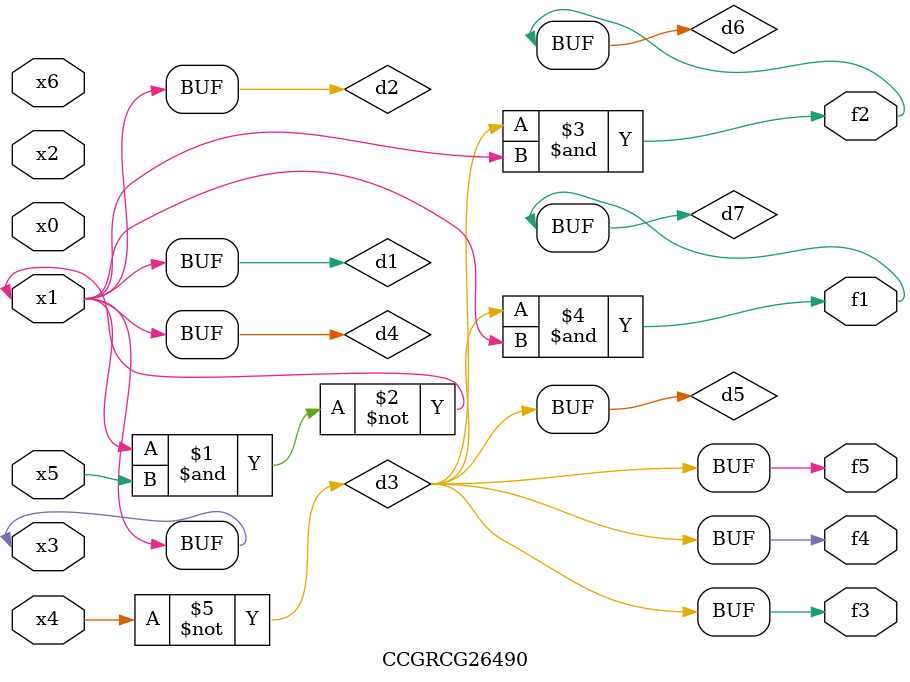
<source format=v>
module CCGRCG26490(
	input x0, x1, x2, x3, x4, x5, x6,
	output f1, f2, f3, f4, f5
);

	wire d1, d2, d3, d4, d5, d6, d7;

	buf (d1, x1, x3);
	nand (d2, x1, x5);
	not (d3, x4);
	buf (d4, d1, d2);
	buf (d5, d3);
	and (d6, d3, d4);
	and (d7, d3, d4);
	assign f1 = d7;
	assign f2 = d6;
	assign f3 = d5;
	assign f4 = d5;
	assign f5 = d5;
endmodule

</source>
